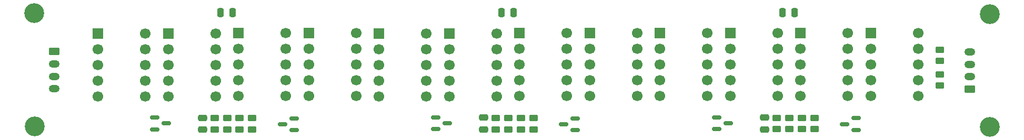
<source format=gbr>
%TF.GenerationSoftware,KiCad,Pcbnew,(6.0.0)*%
%TF.CreationDate,2023-05-02T22:40:52+02:00*%
%TF.ProjectId,7SegmentDisplay,37536567-6d65-46e7-9444-6973706c6179,rev?*%
%TF.SameCoordinates,Original*%
%TF.FileFunction,Soldermask,Top*%
%TF.FilePolarity,Negative*%
%FSLAX46Y46*%
G04 Gerber Fmt 4.6, Leading zero omitted, Abs format (unit mm)*
G04 Created by KiCad (PCBNEW (6.0.0)) date 2023-05-02 22:40:52*
%MOMM*%
%LPD*%
G01*
G04 APERTURE LIST*
G04 Aperture macros list*
%AMRoundRect*
0 Rectangle with rounded corners*
0 $1 Rounding radius*
0 $2 $3 $4 $5 $6 $7 $8 $9 X,Y pos of 4 corners*
0 Add a 4 corners polygon primitive as box body*
4,1,4,$2,$3,$4,$5,$6,$7,$8,$9,$2,$3,0*
0 Add four circle primitives for the rounded corners*
1,1,$1+$1,$2,$3*
1,1,$1+$1,$4,$5*
1,1,$1+$1,$6,$7*
1,1,$1+$1,$8,$9*
0 Add four rect primitives between the rounded corners*
20,1,$1+$1,$2,$3,$4,$5,0*
20,1,$1+$1,$4,$5,$6,$7,0*
20,1,$1+$1,$6,$7,$8,$9,0*
20,1,$1+$1,$8,$9,$2,$3,0*%
G04 Aperture macros list end*
%ADD10C,3.200000*%
%ADD11C,1.700000*%
%ADD12R,1.700000X1.700000*%
%ADD13RoundRect,0.250000X-0.450000X0.262500X-0.450000X-0.262500X0.450000X-0.262500X0.450000X0.262500X0*%
%ADD14RoundRect,0.250000X0.250000X0.475000X-0.250000X0.475000X-0.250000X-0.475000X0.250000X-0.475000X0*%
%ADD15RoundRect,0.250000X0.450000X-0.262500X0.450000X0.262500X-0.450000X0.262500X-0.450000X-0.262500X0*%
%ADD16RoundRect,0.250000X0.625000X-0.350000X0.625000X0.350000X-0.625000X0.350000X-0.625000X-0.350000X0*%
%ADD17O,1.750000X1.200000*%
%ADD18RoundRect,0.150000X-0.587500X-0.150000X0.587500X-0.150000X0.587500X0.150000X-0.587500X0.150000X0*%
%ADD19RoundRect,0.250000X-0.625000X0.350000X-0.625000X-0.350000X0.625000X-0.350000X0.625000X0.350000X0*%
%ADD20RoundRect,0.250000X-0.475000X0.250000X-0.475000X-0.250000X0.475000X-0.250000X0.475000X0.250000X0*%
%ADD21RoundRect,0.150000X0.587500X0.150000X-0.587500X0.150000X-0.587500X-0.150000X0.587500X-0.150000X0*%
G04 APERTURE END LIST*
D10*
%TO.C,H4*%
X53390800Y-97815400D03*
%TD*%
%TO.C,H3*%
X207035400Y-97840800D03*
%TD*%
%TO.C,H2*%
X207035400Y-79629000D03*
%TD*%
%TO.C,H1*%
X53314600Y-79502000D03*
%TD*%
D11*
%TO.C,U13*%
X195529700Y-82701900D03*
X195529700Y-85241900D03*
X195529700Y-87781900D03*
X195529700Y-90321900D03*
X195529700Y-92861900D03*
X187909700Y-92861900D03*
X187909700Y-90321900D03*
X187909700Y-87781900D03*
X187909700Y-85241900D03*
D12*
X187909700Y-82701900D03*
%TD*%
D13*
%TO.C,R6*%
X88382255Y-98267144D03*
X88382255Y-96442144D03*
%TD*%
D11*
%TO.C,U12*%
X161620700Y-82727300D03*
X161620700Y-85267300D03*
X161620700Y-87807300D03*
X161620700Y-90347300D03*
X161620700Y-92887300D03*
X154000700Y-92887300D03*
X154000700Y-90347300D03*
X154000700Y-87807300D03*
X154000700Y-85267300D03*
D12*
X154000700Y-82727300D03*
%TD*%
%TO.C,U1*%
X86172955Y-82750144D03*
D11*
X86172955Y-85290144D03*
X86172955Y-87830144D03*
X86172955Y-90370144D03*
X86172955Y-92910144D03*
X93792955Y-92910144D03*
X93792955Y-90370144D03*
X93792955Y-87830144D03*
X93792955Y-85290144D03*
X93792955Y-82750144D03*
%TD*%
D13*
%TO.C,R8*%
X127584200Y-96422895D03*
X127584200Y-98247895D03*
%TD*%
D14*
%TO.C,C4*%
X130413800Y-79402995D03*
X128513800Y-79402995D03*
%TD*%
D11*
%TO.C,U3*%
X105095955Y-82750144D03*
X105095955Y-85290144D03*
X105095955Y-87830144D03*
X105095955Y-90370144D03*
X105095955Y-92910144D03*
X97475955Y-92910144D03*
X97475955Y-90370144D03*
X97475955Y-87830144D03*
X97475955Y-85290144D03*
D12*
X97475955Y-82750144D03*
%TD*%
D15*
%TO.C,R3*%
X84343655Y-96442144D03*
X84343655Y-98267144D03*
%TD*%
D11*
%TO.C,U11*%
X184226700Y-82701900D03*
X184226700Y-85241900D03*
X184226700Y-87781900D03*
X184226700Y-90321900D03*
X184226700Y-92861900D03*
X176606700Y-92861900D03*
X176606700Y-90321900D03*
X176606700Y-87781900D03*
X176606700Y-85241900D03*
D12*
X176606700Y-82701900D03*
%TD*%
D16*
%TO.C,J2*%
X203798000Y-91747600D03*
D17*
X203798000Y-89747600D03*
X203798000Y-87747600D03*
X203798000Y-85747600D03*
%TD*%
D18*
%TO.C,Q6*%
X164970700Y-97255600D03*
X163095700Y-98205600D03*
X163095700Y-96305600D03*
%TD*%
D19*
%TO.C,J1*%
X56526600Y-85696800D03*
D17*
X56526600Y-87696800D03*
X56526600Y-89696800D03*
X56526600Y-91696800D03*
%TD*%
D15*
%TO.C,R7*%
X129565400Y-98247895D03*
X129565400Y-96422895D03*
%TD*%
D14*
%TO.C,C2*%
X83292055Y-79422244D03*
X85192055Y-79422244D03*
%TD*%
D20*
%TO.C,C3*%
X125577600Y-96375195D03*
X125577600Y-98275195D03*
%TD*%
D13*
%TO.C,R2*%
X199034400Y-89384500D03*
X199034400Y-91209500D03*
%TD*%
D12*
%TO.C,U6*%
X131394700Y-82730895D03*
D11*
X131394700Y-85270895D03*
X131394700Y-87810895D03*
X131394700Y-90350895D03*
X131394700Y-92890895D03*
X139014700Y-92890895D03*
X139014700Y-90350895D03*
X139014700Y-87810895D03*
X139014700Y-85270895D03*
X139014700Y-82730895D03*
%TD*%
%TO.C,U5*%
X82489455Y-82775544D03*
X82489455Y-85315544D03*
X82489455Y-87855544D03*
X82489455Y-90395544D03*
X82489455Y-92935544D03*
X74869455Y-92935544D03*
X74869455Y-90395544D03*
X74869455Y-87855544D03*
X74869455Y-85315544D03*
D12*
X74869455Y-82775544D03*
%TD*%
D13*
%TO.C,R4*%
X82362455Y-98267144D03*
X82362455Y-96442144D03*
%TD*%
%TO.C,R14*%
X178816000Y-98218900D03*
X178816000Y-96393900D03*
%TD*%
D20*
%TO.C,C1*%
X80355855Y-98294444D03*
X80355855Y-96394444D03*
%TD*%
%TO.C,C5*%
X170789600Y-98246200D03*
X170789600Y-96346200D03*
%TD*%
D11*
%TO.C,U2*%
X71186955Y-82775544D03*
X71186955Y-85315544D03*
X71186955Y-87855544D03*
X71186955Y-90395544D03*
X71186955Y-92935544D03*
X63566955Y-92935544D03*
X63566955Y-90395544D03*
X63566955Y-87855544D03*
X63566955Y-85315544D03*
D12*
X63566955Y-82775544D03*
%TD*%
D15*
%TO.C,R13*%
X176784000Y-96393900D03*
X176784000Y-98218900D03*
%TD*%
D21*
%TO.C,Q5*%
X183669700Y-97408000D03*
X185544700Y-96458000D03*
X185544700Y-98358000D03*
%TD*%
D13*
%TO.C,R12*%
X172796200Y-98218900D03*
X172796200Y-96393900D03*
%TD*%
D11*
%TO.C,U15*%
X172923200Y-82727300D03*
X172923200Y-85267300D03*
X172923200Y-87807300D03*
X172923200Y-90347300D03*
X172923200Y-92887300D03*
X165303200Y-92887300D03*
X165303200Y-90347300D03*
X165303200Y-87807300D03*
X165303200Y-85267300D03*
D12*
X165303200Y-82727300D03*
%TD*%
D13*
%TO.C,R10*%
X133604000Y-96422895D03*
X133604000Y-98247895D03*
%TD*%
D12*
%TO.C,U8*%
X142697700Y-82730895D03*
D11*
X142697700Y-85270895D03*
X142697700Y-87810895D03*
X142697700Y-90350895D03*
X142697700Y-92890895D03*
X150317700Y-92890895D03*
X150317700Y-90350895D03*
X150317700Y-87810895D03*
X150317700Y-85270895D03*
X150317700Y-82730895D03*
%TD*%
D15*
%TO.C,R1*%
X199034400Y-87221700D03*
X199034400Y-85396700D03*
%TD*%
D18*
%TO.C,Q4*%
X117883700Y-96334595D03*
X117883700Y-98234595D03*
X119758700Y-97284595D03*
%TD*%
D12*
%TO.C,U10*%
X120091200Y-82756295D03*
D11*
X120091200Y-85296295D03*
X120091200Y-87836295D03*
X120091200Y-90376295D03*
X120091200Y-92916295D03*
X127711200Y-92916295D03*
X127711200Y-90376295D03*
X127711200Y-87836295D03*
X127711200Y-85296295D03*
X127711200Y-82756295D03*
%TD*%
D15*
%TO.C,R9*%
X131572000Y-98247895D03*
X131572000Y-96422895D03*
%TD*%
D21*
%TO.C,Q3*%
X140332700Y-98386995D03*
X140332700Y-96486995D03*
X138457700Y-97436995D03*
%TD*%
D12*
%TO.C,U7*%
X108788700Y-82756295D03*
D11*
X108788700Y-85296295D03*
X108788700Y-87836295D03*
X108788700Y-90376295D03*
X108788700Y-92916295D03*
X116408700Y-92916295D03*
X116408700Y-90376295D03*
X116408700Y-87836295D03*
X116408700Y-85296295D03*
X116408700Y-82756295D03*
%TD*%
D14*
%TO.C,C6*%
X173725800Y-79374000D03*
X175625800Y-79374000D03*
%TD*%
D15*
%TO.C,R5*%
X86350255Y-96442144D03*
X86350255Y-98267144D03*
%TD*%
D18*
%TO.C,Q2*%
X74536955Y-97303844D03*
X72661955Y-98253844D03*
X72661955Y-96353844D03*
%TD*%
D21*
%TO.C,Q1*%
X93235955Y-97456244D03*
X95110955Y-96506244D03*
X95110955Y-98406244D03*
%TD*%
D15*
%TO.C,R11*%
X174777400Y-96393900D03*
X174777400Y-98218900D03*
%TD*%
M02*

</source>
